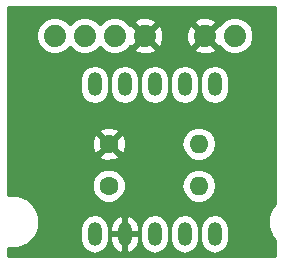
<source format=gbr>
G04 #@! TF.GenerationSoftware,KiCad,Pcbnew,5.0.2-bee76a0~70~ubuntu18.04.1*
G04 #@! TF.CreationDate,2019-05-12T23:41:40+01:00*
G04 #@! TF.ProjectId,Timer Gate,54696d65-7220-4476-9174-652e6b696361,rev?*
G04 #@! TF.SameCoordinates,Original*
G04 #@! TF.FileFunction,Copper,L2,Bot*
G04 #@! TF.FilePolarity,Positive*
%FSLAX46Y46*%
G04 Gerber Fmt 4.6, Leading zero omitted, Abs format (unit mm)*
G04 Created by KiCad (PCBNEW 5.0.2-bee76a0~70~ubuntu18.04.1) date Sun May 12 23:41:40 2019*
%MOMM*%
%LPD*%
G01*
G04 APERTURE LIST*
G04 #@! TA.AperFunction,ComponentPad*
%ADD10C,1.879600*%
G04 #@! TD*
G04 #@! TA.AperFunction,ComponentPad*
%ADD11O,1.600000X1.600000*%
G04 #@! TD*
G04 #@! TA.AperFunction,ComponentPad*
%ADD12C,1.600000*%
G04 #@! TD*
G04 #@! TA.AperFunction,ComponentPad*
%ADD13O,1.200000X2.000000*%
G04 #@! TD*
G04 #@! TA.AperFunction,Conductor*
%ADD14C,0.254000*%
G04 #@! TD*
G04 APERTURE END LIST*
D10*
G04 #@! TO.P,J1,1*
G04 #@! TO.N,Net-(J1-Pad1)*
X140208000Y-79248000D03*
G04 #@! TO.P,J1,2*
G04 #@! TO.N,Net-(J1-Pad2)*
X142748000Y-79248000D03*
G04 #@! TD*
G04 #@! TO.P,J2,1*
G04 #@! TO.N,Net-(J2-Pad1)*
X127508000Y-79248000D03*
G04 #@! TO.P,J2,2*
G04 #@! TO.N,Net-(J2-Pad2)*
X130048000Y-79248000D03*
G04 #@! TO.P,J2,3*
G04 #@! TO.N,Net-(J2-Pad3)*
X132588000Y-79248000D03*
G04 #@! TO.P,J2,4*
G04 #@! TO.N,Net-(J1-Pad1)*
X135128000Y-79248000D03*
G04 #@! TD*
D11*
G04 #@! TO.P,R1,2*
G04 #@! TO.N,Net-(J2-Pad3)*
X139700000Y-91948000D03*
D12*
G04 #@! TO.P,R1,1*
G04 #@! TO.N,Net-(R1-Pad1)*
X132080000Y-91948000D03*
G04 #@! TD*
G04 #@! TO.P,R2,1*
G04 #@! TO.N,Net-(J1-Pad1)*
X132080000Y-88392000D03*
D11*
G04 #@! TO.P,R2,2*
G04 #@! TO.N,Net-(R1-Pad1)*
X139700000Y-88392000D03*
G04 #@! TD*
D13*
G04 #@! TO.P,U1,10*
G04 #@! TO.N,Net-(J2-Pad1)*
X130885001Y-83363001D03*
G04 #@! TO.P,U1,1*
G04 #@! TO.N,Net-(U1-Pad1)*
X130885001Y-96033001D03*
G04 #@! TO.P,U1,9*
G04 #@! TO.N,Net-(J2-Pad2)*
X133425001Y-83363001D03*
G04 #@! TO.P,U1,2*
G04 #@! TO.N,Net-(J1-Pad1)*
X133425001Y-96033001D03*
G04 #@! TO.P,U1,8*
G04 #@! TO.N,Net-(J1-Pad2)*
X135965001Y-83363001D03*
G04 #@! TO.P,U1,3*
G04 #@! TO.N,Net-(U1-Pad3)*
X135965001Y-96033001D03*
G04 #@! TO.P,U1,7*
G04 #@! TO.N,Net-(R1-Pad1)*
X138505001Y-83363001D03*
G04 #@! TO.P,U1,4*
G04 #@! TO.N,Net-(U1-Pad4)*
X138505001Y-96033001D03*
G04 #@! TO.P,U1,6*
G04 #@! TO.N,Net-(U1-Pad6)*
X141045001Y-83363001D03*
G04 #@! TO.P,U1,5*
G04 #@! TO.N,Net-(U1-Pad5)*
X141045001Y-96033001D03*
G04 #@! TD*
D14*
G04 #@! TO.N,Net-(J1-Pad1)*
G36*
X146177000Y-93486233D02*
X145933259Y-93729974D01*
X145593000Y-94551431D01*
X145593000Y-95440569D01*
X145933259Y-96262026D01*
X146177000Y-96505767D01*
X146177000Y-97917000D01*
X123571000Y-97917000D01*
X123571000Y-97231000D01*
X124396569Y-97231000D01*
X125218026Y-96890741D01*
X125846741Y-96262026D01*
X126157674Y-95511366D01*
X129650001Y-95511366D01*
X129650001Y-96554637D01*
X129721657Y-96914874D01*
X129994617Y-97323386D01*
X130403129Y-97596345D01*
X130885001Y-97692196D01*
X131366874Y-97596345D01*
X131775386Y-97323386D01*
X132048345Y-96914874D01*
X132120001Y-96554636D01*
X132120001Y-96160001D01*
X132190001Y-96160001D01*
X132190001Y-96560001D01*
X132332611Y-97022948D01*
X132641527Y-97396081D01*
X133069720Y-97622593D01*
X133107392Y-97626463D01*
X133298001Y-97501732D01*
X133298001Y-96160001D01*
X133552001Y-96160001D01*
X133552001Y-97501732D01*
X133742610Y-97626463D01*
X133780282Y-97622593D01*
X134208475Y-97396081D01*
X134517391Y-97022948D01*
X134660001Y-96560001D01*
X134660001Y-96160001D01*
X133552001Y-96160001D01*
X133298001Y-96160001D01*
X132190001Y-96160001D01*
X132120001Y-96160001D01*
X132120001Y-95511365D01*
X132118935Y-95506001D01*
X132190001Y-95506001D01*
X132190001Y-95906001D01*
X133298001Y-95906001D01*
X133298001Y-94564270D01*
X133552001Y-94564270D01*
X133552001Y-95906001D01*
X134660001Y-95906001D01*
X134660001Y-95511366D01*
X134730001Y-95511366D01*
X134730001Y-96554637D01*
X134801657Y-96914874D01*
X135074617Y-97323386D01*
X135483129Y-97596345D01*
X135965001Y-97692196D01*
X136446874Y-97596345D01*
X136855386Y-97323386D01*
X137128345Y-96914874D01*
X137200001Y-96554636D01*
X137200001Y-95511366D01*
X137270001Y-95511366D01*
X137270001Y-96554637D01*
X137341657Y-96914874D01*
X137614617Y-97323386D01*
X138023129Y-97596345D01*
X138505001Y-97692196D01*
X138986874Y-97596345D01*
X139395386Y-97323386D01*
X139668345Y-96914874D01*
X139740001Y-96554636D01*
X139740001Y-95511366D01*
X139810001Y-95511366D01*
X139810001Y-96554637D01*
X139881657Y-96914874D01*
X140154617Y-97323386D01*
X140563129Y-97596345D01*
X141045001Y-97692196D01*
X141526874Y-97596345D01*
X141935386Y-97323386D01*
X142208345Y-96914874D01*
X142280001Y-96554636D01*
X142280001Y-95511365D01*
X142208345Y-95151128D01*
X141935386Y-94742616D01*
X141526873Y-94469657D01*
X141045001Y-94373806D01*
X140563128Y-94469657D01*
X140154616Y-94742616D01*
X139881657Y-95151129D01*
X139810001Y-95511366D01*
X139740001Y-95511366D01*
X139740001Y-95511365D01*
X139668345Y-95151128D01*
X139395386Y-94742616D01*
X138986873Y-94469657D01*
X138505001Y-94373806D01*
X138023128Y-94469657D01*
X137614616Y-94742616D01*
X137341657Y-95151129D01*
X137270001Y-95511366D01*
X137200001Y-95511366D01*
X137200001Y-95511365D01*
X137128345Y-95151128D01*
X136855386Y-94742616D01*
X136446873Y-94469657D01*
X135965001Y-94373806D01*
X135483128Y-94469657D01*
X135074616Y-94742616D01*
X134801657Y-95151129D01*
X134730001Y-95511366D01*
X134660001Y-95511366D01*
X134660001Y-95506001D01*
X134517391Y-95043054D01*
X134208475Y-94669921D01*
X133780282Y-94443409D01*
X133742610Y-94439539D01*
X133552001Y-94564270D01*
X133298001Y-94564270D01*
X133107392Y-94439539D01*
X133069720Y-94443409D01*
X132641527Y-94669921D01*
X132332611Y-95043054D01*
X132190001Y-95506001D01*
X132118935Y-95506001D01*
X132048345Y-95151128D01*
X131775386Y-94742616D01*
X131366873Y-94469657D01*
X130885001Y-94373806D01*
X130403128Y-94469657D01*
X129994616Y-94742616D01*
X129721657Y-95151129D01*
X129650001Y-95511366D01*
X126157674Y-95511366D01*
X126187000Y-95440569D01*
X126187000Y-94551431D01*
X125846741Y-93729974D01*
X125218026Y-93101259D01*
X124396569Y-92761000D01*
X123571000Y-92761000D01*
X123571000Y-91662561D01*
X130645000Y-91662561D01*
X130645000Y-92233439D01*
X130863466Y-92760862D01*
X131267138Y-93164534D01*
X131794561Y-93383000D01*
X132365439Y-93383000D01*
X132892862Y-93164534D01*
X133296534Y-92760862D01*
X133515000Y-92233439D01*
X133515000Y-91948000D01*
X138236887Y-91948000D01*
X138348260Y-92507909D01*
X138665423Y-92982577D01*
X139140091Y-93299740D01*
X139558667Y-93383000D01*
X139841333Y-93383000D01*
X140259909Y-93299740D01*
X140734577Y-92982577D01*
X141051740Y-92507909D01*
X141163113Y-91948000D01*
X141051740Y-91388091D01*
X140734577Y-90913423D01*
X140259909Y-90596260D01*
X139841333Y-90513000D01*
X139558667Y-90513000D01*
X139140091Y-90596260D01*
X138665423Y-90913423D01*
X138348260Y-91388091D01*
X138236887Y-91948000D01*
X133515000Y-91948000D01*
X133515000Y-91662561D01*
X133296534Y-91135138D01*
X132892862Y-90731466D01*
X132365439Y-90513000D01*
X131794561Y-90513000D01*
X131267138Y-90731466D01*
X130863466Y-91135138D01*
X130645000Y-91662561D01*
X123571000Y-91662561D01*
X123571000Y-89399745D01*
X131251861Y-89399745D01*
X131325995Y-89645864D01*
X131863223Y-89838965D01*
X132433454Y-89811778D01*
X132834005Y-89645864D01*
X132908139Y-89399745D01*
X132080000Y-88571605D01*
X131251861Y-89399745D01*
X123571000Y-89399745D01*
X123571000Y-88175223D01*
X130633035Y-88175223D01*
X130660222Y-88745454D01*
X130826136Y-89146005D01*
X131072255Y-89220139D01*
X131900395Y-88392000D01*
X132259605Y-88392000D01*
X133087745Y-89220139D01*
X133333864Y-89146005D01*
X133526965Y-88608777D01*
X133516630Y-88392000D01*
X138236887Y-88392000D01*
X138348260Y-88951909D01*
X138665423Y-89426577D01*
X139140091Y-89743740D01*
X139558667Y-89827000D01*
X139841333Y-89827000D01*
X140259909Y-89743740D01*
X140734577Y-89426577D01*
X141051740Y-88951909D01*
X141163113Y-88392000D01*
X141051740Y-87832091D01*
X140734577Y-87357423D01*
X140259909Y-87040260D01*
X139841333Y-86957000D01*
X139558667Y-86957000D01*
X139140091Y-87040260D01*
X138665423Y-87357423D01*
X138348260Y-87832091D01*
X138236887Y-88392000D01*
X133516630Y-88392000D01*
X133499778Y-88038546D01*
X133333864Y-87637995D01*
X133087745Y-87563861D01*
X132259605Y-88392000D01*
X131900395Y-88392000D01*
X131072255Y-87563861D01*
X130826136Y-87637995D01*
X130633035Y-88175223D01*
X123571000Y-88175223D01*
X123571000Y-87384255D01*
X131251861Y-87384255D01*
X132080000Y-88212395D01*
X132908139Y-87384255D01*
X132834005Y-87138136D01*
X132296777Y-86945035D01*
X131726546Y-86972222D01*
X131325995Y-87138136D01*
X131251861Y-87384255D01*
X123571000Y-87384255D01*
X123571000Y-82841366D01*
X129650001Y-82841366D01*
X129650001Y-83884637D01*
X129721657Y-84244874D01*
X129994617Y-84653386D01*
X130403129Y-84926345D01*
X130885001Y-85022196D01*
X131366874Y-84926345D01*
X131775386Y-84653386D01*
X132048345Y-84244874D01*
X132120001Y-83884636D01*
X132120001Y-82841366D01*
X132190001Y-82841366D01*
X132190001Y-83884637D01*
X132261657Y-84244874D01*
X132534617Y-84653386D01*
X132943129Y-84926345D01*
X133425001Y-85022196D01*
X133906874Y-84926345D01*
X134315386Y-84653386D01*
X134588345Y-84244874D01*
X134660001Y-83884636D01*
X134660001Y-82841366D01*
X134730001Y-82841366D01*
X134730001Y-83884637D01*
X134801657Y-84244874D01*
X135074617Y-84653386D01*
X135483129Y-84926345D01*
X135965001Y-85022196D01*
X136446874Y-84926345D01*
X136855386Y-84653386D01*
X137128345Y-84244874D01*
X137200001Y-83884636D01*
X137200001Y-82841366D01*
X137270001Y-82841366D01*
X137270001Y-83884637D01*
X137341657Y-84244874D01*
X137614617Y-84653386D01*
X138023129Y-84926345D01*
X138505001Y-85022196D01*
X138986874Y-84926345D01*
X139395386Y-84653386D01*
X139668345Y-84244874D01*
X139740001Y-83884636D01*
X139740001Y-82841366D01*
X139810001Y-82841366D01*
X139810001Y-83884637D01*
X139881657Y-84244874D01*
X140154617Y-84653386D01*
X140563129Y-84926345D01*
X141045001Y-85022196D01*
X141526874Y-84926345D01*
X141935386Y-84653386D01*
X142208345Y-84244874D01*
X142280001Y-83884636D01*
X142280001Y-82841365D01*
X142208345Y-82481128D01*
X141935386Y-82072616D01*
X141526873Y-81799657D01*
X141045001Y-81703806D01*
X140563128Y-81799657D01*
X140154616Y-82072616D01*
X139881657Y-82481129D01*
X139810001Y-82841366D01*
X139740001Y-82841366D01*
X139740001Y-82841365D01*
X139668345Y-82481128D01*
X139395386Y-82072616D01*
X138986873Y-81799657D01*
X138505001Y-81703806D01*
X138023128Y-81799657D01*
X137614616Y-82072616D01*
X137341657Y-82481129D01*
X137270001Y-82841366D01*
X137200001Y-82841366D01*
X137200001Y-82841365D01*
X137128345Y-82481128D01*
X136855386Y-82072616D01*
X136446873Y-81799657D01*
X135965001Y-81703806D01*
X135483128Y-81799657D01*
X135074616Y-82072616D01*
X134801657Y-82481129D01*
X134730001Y-82841366D01*
X134660001Y-82841366D01*
X134660001Y-82841365D01*
X134588345Y-82481128D01*
X134315386Y-82072616D01*
X133906873Y-81799657D01*
X133425001Y-81703806D01*
X132943128Y-81799657D01*
X132534616Y-82072616D01*
X132261657Y-82481129D01*
X132190001Y-82841366D01*
X132120001Y-82841366D01*
X132120001Y-82841365D01*
X132048345Y-82481128D01*
X131775386Y-82072616D01*
X131366873Y-81799657D01*
X130885001Y-81703806D01*
X130403128Y-81799657D01*
X129994616Y-82072616D01*
X129721657Y-82481129D01*
X129650001Y-82841366D01*
X123571000Y-82841366D01*
X123571000Y-78934753D01*
X125933200Y-78934753D01*
X125933200Y-79561247D01*
X126172949Y-80140052D01*
X126615948Y-80583051D01*
X127194753Y-80822800D01*
X127821247Y-80822800D01*
X128400052Y-80583051D01*
X128778000Y-80205103D01*
X129155948Y-80583051D01*
X129734753Y-80822800D01*
X130361247Y-80822800D01*
X130940052Y-80583051D01*
X131318000Y-80205103D01*
X131695948Y-80583051D01*
X132274753Y-80822800D01*
X132901247Y-80822800D01*
X133480052Y-80583051D01*
X133706135Y-80356968D01*
X134198637Y-80356968D01*
X134289923Y-80617580D01*
X134877833Y-80834045D01*
X135503828Y-80809049D01*
X135966077Y-80617580D01*
X136057363Y-80356968D01*
X139278637Y-80356968D01*
X139369923Y-80617580D01*
X139957833Y-80834045D01*
X140583828Y-80809049D01*
X141046077Y-80617580D01*
X141137363Y-80356968D01*
X140208000Y-79427605D01*
X139278637Y-80356968D01*
X136057363Y-80356968D01*
X135128000Y-79427605D01*
X134198637Y-80356968D01*
X133706135Y-80356968D01*
X133920317Y-80142786D01*
X134019032Y-80177363D01*
X134948395Y-79248000D01*
X135307605Y-79248000D01*
X136236968Y-80177363D01*
X136497580Y-80086077D01*
X136714045Y-79498167D01*
X136694067Y-78997833D01*
X138621955Y-78997833D01*
X138646951Y-79623828D01*
X138838420Y-80086077D01*
X139099032Y-80177363D01*
X140028395Y-79248000D01*
X140387605Y-79248000D01*
X141316968Y-80177363D01*
X141415683Y-80142786D01*
X141855948Y-80583051D01*
X142434753Y-80822800D01*
X143061247Y-80822800D01*
X143640052Y-80583051D01*
X144083051Y-80140052D01*
X144322800Y-79561247D01*
X144322800Y-78934753D01*
X144083051Y-78355948D01*
X143640052Y-77912949D01*
X143061247Y-77673200D01*
X142434753Y-77673200D01*
X141855948Y-77912949D01*
X141415683Y-78353214D01*
X141316968Y-78318637D01*
X140387605Y-79248000D01*
X140028395Y-79248000D01*
X139099032Y-78318637D01*
X138838420Y-78409923D01*
X138621955Y-78997833D01*
X136694067Y-78997833D01*
X136689049Y-78872172D01*
X136497580Y-78409923D01*
X136236968Y-78318637D01*
X135307605Y-79248000D01*
X134948395Y-79248000D01*
X134019032Y-78318637D01*
X133920317Y-78353214D01*
X133706135Y-78139032D01*
X134198637Y-78139032D01*
X135128000Y-79068395D01*
X136057363Y-78139032D01*
X139278637Y-78139032D01*
X140208000Y-79068395D01*
X141137363Y-78139032D01*
X141046077Y-77878420D01*
X140458167Y-77661955D01*
X139832172Y-77686951D01*
X139369923Y-77878420D01*
X139278637Y-78139032D01*
X136057363Y-78139032D01*
X135966077Y-77878420D01*
X135378167Y-77661955D01*
X134752172Y-77686951D01*
X134289923Y-77878420D01*
X134198637Y-78139032D01*
X133706135Y-78139032D01*
X133480052Y-77912949D01*
X132901247Y-77673200D01*
X132274753Y-77673200D01*
X131695948Y-77912949D01*
X131318000Y-78290897D01*
X130940052Y-77912949D01*
X130361247Y-77673200D01*
X129734753Y-77673200D01*
X129155948Y-77912949D01*
X128778000Y-78290897D01*
X128400052Y-77912949D01*
X127821247Y-77673200D01*
X127194753Y-77673200D01*
X126615948Y-77912949D01*
X126172949Y-78355948D01*
X125933200Y-78934753D01*
X123571000Y-78934753D01*
X123571000Y-76835000D01*
X146177000Y-76835000D01*
X146177000Y-93486233D01*
X146177000Y-93486233D01*
G37*
X146177000Y-93486233D02*
X145933259Y-93729974D01*
X145593000Y-94551431D01*
X145593000Y-95440569D01*
X145933259Y-96262026D01*
X146177000Y-96505767D01*
X146177000Y-97917000D01*
X123571000Y-97917000D01*
X123571000Y-97231000D01*
X124396569Y-97231000D01*
X125218026Y-96890741D01*
X125846741Y-96262026D01*
X126157674Y-95511366D01*
X129650001Y-95511366D01*
X129650001Y-96554637D01*
X129721657Y-96914874D01*
X129994617Y-97323386D01*
X130403129Y-97596345D01*
X130885001Y-97692196D01*
X131366874Y-97596345D01*
X131775386Y-97323386D01*
X132048345Y-96914874D01*
X132120001Y-96554636D01*
X132120001Y-96160001D01*
X132190001Y-96160001D01*
X132190001Y-96560001D01*
X132332611Y-97022948D01*
X132641527Y-97396081D01*
X133069720Y-97622593D01*
X133107392Y-97626463D01*
X133298001Y-97501732D01*
X133298001Y-96160001D01*
X133552001Y-96160001D01*
X133552001Y-97501732D01*
X133742610Y-97626463D01*
X133780282Y-97622593D01*
X134208475Y-97396081D01*
X134517391Y-97022948D01*
X134660001Y-96560001D01*
X134660001Y-96160001D01*
X133552001Y-96160001D01*
X133298001Y-96160001D01*
X132190001Y-96160001D01*
X132120001Y-96160001D01*
X132120001Y-95511365D01*
X132118935Y-95506001D01*
X132190001Y-95506001D01*
X132190001Y-95906001D01*
X133298001Y-95906001D01*
X133298001Y-94564270D01*
X133552001Y-94564270D01*
X133552001Y-95906001D01*
X134660001Y-95906001D01*
X134660001Y-95511366D01*
X134730001Y-95511366D01*
X134730001Y-96554637D01*
X134801657Y-96914874D01*
X135074617Y-97323386D01*
X135483129Y-97596345D01*
X135965001Y-97692196D01*
X136446874Y-97596345D01*
X136855386Y-97323386D01*
X137128345Y-96914874D01*
X137200001Y-96554636D01*
X137200001Y-95511366D01*
X137270001Y-95511366D01*
X137270001Y-96554637D01*
X137341657Y-96914874D01*
X137614617Y-97323386D01*
X138023129Y-97596345D01*
X138505001Y-97692196D01*
X138986874Y-97596345D01*
X139395386Y-97323386D01*
X139668345Y-96914874D01*
X139740001Y-96554636D01*
X139740001Y-95511366D01*
X139810001Y-95511366D01*
X139810001Y-96554637D01*
X139881657Y-96914874D01*
X140154617Y-97323386D01*
X140563129Y-97596345D01*
X141045001Y-97692196D01*
X141526874Y-97596345D01*
X141935386Y-97323386D01*
X142208345Y-96914874D01*
X142280001Y-96554636D01*
X142280001Y-95511365D01*
X142208345Y-95151128D01*
X141935386Y-94742616D01*
X141526873Y-94469657D01*
X141045001Y-94373806D01*
X140563128Y-94469657D01*
X140154616Y-94742616D01*
X139881657Y-95151129D01*
X139810001Y-95511366D01*
X139740001Y-95511366D01*
X139740001Y-95511365D01*
X139668345Y-95151128D01*
X139395386Y-94742616D01*
X138986873Y-94469657D01*
X138505001Y-94373806D01*
X138023128Y-94469657D01*
X137614616Y-94742616D01*
X137341657Y-95151129D01*
X137270001Y-95511366D01*
X137200001Y-95511366D01*
X137200001Y-95511365D01*
X137128345Y-95151128D01*
X136855386Y-94742616D01*
X136446873Y-94469657D01*
X135965001Y-94373806D01*
X135483128Y-94469657D01*
X135074616Y-94742616D01*
X134801657Y-95151129D01*
X134730001Y-95511366D01*
X134660001Y-95511366D01*
X134660001Y-95506001D01*
X134517391Y-95043054D01*
X134208475Y-94669921D01*
X133780282Y-94443409D01*
X133742610Y-94439539D01*
X133552001Y-94564270D01*
X133298001Y-94564270D01*
X133107392Y-94439539D01*
X133069720Y-94443409D01*
X132641527Y-94669921D01*
X132332611Y-95043054D01*
X132190001Y-95506001D01*
X132118935Y-95506001D01*
X132048345Y-95151128D01*
X131775386Y-94742616D01*
X131366873Y-94469657D01*
X130885001Y-94373806D01*
X130403128Y-94469657D01*
X129994616Y-94742616D01*
X129721657Y-95151129D01*
X129650001Y-95511366D01*
X126157674Y-95511366D01*
X126187000Y-95440569D01*
X126187000Y-94551431D01*
X125846741Y-93729974D01*
X125218026Y-93101259D01*
X124396569Y-92761000D01*
X123571000Y-92761000D01*
X123571000Y-91662561D01*
X130645000Y-91662561D01*
X130645000Y-92233439D01*
X130863466Y-92760862D01*
X131267138Y-93164534D01*
X131794561Y-93383000D01*
X132365439Y-93383000D01*
X132892862Y-93164534D01*
X133296534Y-92760862D01*
X133515000Y-92233439D01*
X133515000Y-91948000D01*
X138236887Y-91948000D01*
X138348260Y-92507909D01*
X138665423Y-92982577D01*
X139140091Y-93299740D01*
X139558667Y-93383000D01*
X139841333Y-93383000D01*
X140259909Y-93299740D01*
X140734577Y-92982577D01*
X141051740Y-92507909D01*
X141163113Y-91948000D01*
X141051740Y-91388091D01*
X140734577Y-90913423D01*
X140259909Y-90596260D01*
X139841333Y-90513000D01*
X139558667Y-90513000D01*
X139140091Y-90596260D01*
X138665423Y-90913423D01*
X138348260Y-91388091D01*
X138236887Y-91948000D01*
X133515000Y-91948000D01*
X133515000Y-91662561D01*
X133296534Y-91135138D01*
X132892862Y-90731466D01*
X132365439Y-90513000D01*
X131794561Y-90513000D01*
X131267138Y-90731466D01*
X130863466Y-91135138D01*
X130645000Y-91662561D01*
X123571000Y-91662561D01*
X123571000Y-89399745D01*
X131251861Y-89399745D01*
X131325995Y-89645864D01*
X131863223Y-89838965D01*
X132433454Y-89811778D01*
X132834005Y-89645864D01*
X132908139Y-89399745D01*
X132080000Y-88571605D01*
X131251861Y-89399745D01*
X123571000Y-89399745D01*
X123571000Y-88175223D01*
X130633035Y-88175223D01*
X130660222Y-88745454D01*
X130826136Y-89146005D01*
X131072255Y-89220139D01*
X131900395Y-88392000D01*
X132259605Y-88392000D01*
X133087745Y-89220139D01*
X133333864Y-89146005D01*
X133526965Y-88608777D01*
X133516630Y-88392000D01*
X138236887Y-88392000D01*
X138348260Y-88951909D01*
X138665423Y-89426577D01*
X139140091Y-89743740D01*
X139558667Y-89827000D01*
X139841333Y-89827000D01*
X140259909Y-89743740D01*
X140734577Y-89426577D01*
X141051740Y-88951909D01*
X141163113Y-88392000D01*
X141051740Y-87832091D01*
X140734577Y-87357423D01*
X140259909Y-87040260D01*
X139841333Y-86957000D01*
X139558667Y-86957000D01*
X139140091Y-87040260D01*
X138665423Y-87357423D01*
X138348260Y-87832091D01*
X138236887Y-88392000D01*
X133516630Y-88392000D01*
X133499778Y-88038546D01*
X133333864Y-87637995D01*
X133087745Y-87563861D01*
X132259605Y-88392000D01*
X131900395Y-88392000D01*
X131072255Y-87563861D01*
X130826136Y-87637995D01*
X130633035Y-88175223D01*
X123571000Y-88175223D01*
X123571000Y-87384255D01*
X131251861Y-87384255D01*
X132080000Y-88212395D01*
X132908139Y-87384255D01*
X132834005Y-87138136D01*
X132296777Y-86945035D01*
X131726546Y-86972222D01*
X131325995Y-87138136D01*
X131251861Y-87384255D01*
X123571000Y-87384255D01*
X123571000Y-82841366D01*
X129650001Y-82841366D01*
X129650001Y-83884637D01*
X129721657Y-84244874D01*
X129994617Y-84653386D01*
X130403129Y-84926345D01*
X130885001Y-85022196D01*
X131366874Y-84926345D01*
X131775386Y-84653386D01*
X132048345Y-84244874D01*
X132120001Y-83884636D01*
X132120001Y-82841366D01*
X132190001Y-82841366D01*
X132190001Y-83884637D01*
X132261657Y-84244874D01*
X132534617Y-84653386D01*
X132943129Y-84926345D01*
X133425001Y-85022196D01*
X133906874Y-84926345D01*
X134315386Y-84653386D01*
X134588345Y-84244874D01*
X134660001Y-83884636D01*
X134660001Y-82841366D01*
X134730001Y-82841366D01*
X134730001Y-83884637D01*
X134801657Y-84244874D01*
X135074617Y-84653386D01*
X135483129Y-84926345D01*
X135965001Y-85022196D01*
X136446874Y-84926345D01*
X136855386Y-84653386D01*
X137128345Y-84244874D01*
X137200001Y-83884636D01*
X137200001Y-82841366D01*
X137270001Y-82841366D01*
X137270001Y-83884637D01*
X137341657Y-84244874D01*
X137614617Y-84653386D01*
X138023129Y-84926345D01*
X138505001Y-85022196D01*
X138986874Y-84926345D01*
X139395386Y-84653386D01*
X139668345Y-84244874D01*
X139740001Y-83884636D01*
X139740001Y-82841366D01*
X139810001Y-82841366D01*
X139810001Y-83884637D01*
X139881657Y-84244874D01*
X140154617Y-84653386D01*
X140563129Y-84926345D01*
X141045001Y-85022196D01*
X141526874Y-84926345D01*
X141935386Y-84653386D01*
X142208345Y-84244874D01*
X142280001Y-83884636D01*
X142280001Y-82841365D01*
X142208345Y-82481128D01*
X141935386Y-82072616D01*
X141526873Y-81799657D01*
X141045001Y-81703806D01*
X140563128Y-81799657D01*
X140154616Y-82072616D01*
X139881657Y-82481129D01*
X139810001Y-82841366D01*
X139740001Y-82841366D01*
X139740001Y-82841365D01*
X139668345Y-82481128D01*
X139395386Y-82072616D01*
X138986873Y-81799657D01*
X138505001Y-81703806D01*
X138023128Y-81799657D01*
X137614616Y-82072616D01*
X137341657Y-82481129D01*
X137270001Y-82841366D01*
X137200001Y-82841366D01*
X137200001Y-82841365D01*
X137128345Y-82481128D01*
X136855386Y-82072616D01*
X136446873Y-81799657D01*
X135965001Y-81703806D01*
X135483128Y-81799657D01*
X135074616Y-82072616D01*
X134801657Y-82481129D01*
X134730001Y-82841366D01*
X134660001Y-82841366D01*
X134660001Y-82841365D01*
X134588345Y-82481128D01*
X134315386Y-82072616D01*
X133906873Y-81799657D01*
X133425001Y-81703806D01*
X132943128Y-81799657D01*
X132534616Y-82072616D01*
X132261657Y-82481129D01*
X132190001Y-82841366D01*
X132120001Y-82841366D01*
X132120001Y-82841365D01*
X132048345Y-82481128D01*
X131775386Y-82072616D01*
X131366873Y-81799657D01*
X130885001Y-81703806D01*
X130403128Y-81799657D01*
X129994616Y-82072616D01*
X129721657Y-82481129D01*
X129650001Y-82841366D01*
X123571000Y-82841366D01*
X123571000Y-78934753D01*
X125933200Y-78934753D01*
X125933200Y-79561247D01*
X126172949Y-80140052D01*
X126615948Y-80583051D01*
X127194753Y-80822800D01*
X127821247Y-80822800D01*
X128400052Y-80583051D01*
X128778000Y-80205103D01*
X129155948Y-80583051D01*
X129734753Y-80822800D01*
X130361247Y-80822800D01*
X130940052Y-80583051D01*
X131318000Y-80205103D01*
X131695948Y-80583051D01*
X132274753Y-80822800D01*
X132901247Y-80822800D01*
X133480052Y-80583051D01*
X133706135Y-80356968D01*
X134198637Y-80356968D01*
X134289923Y-80617580D01*
X134877833Y-80834045D01*
X135503828Y-80809049D01*
X135966077Y-80617580D01*
X136057363Y-80356968D01*
X139278637Y-80356968D01*
X139369923Y-80617580D01*
X139957833Y-80834045D01*
X140583828Y-80809049D01*
X141046077Y-80617580D01*
X141137363Y-80356968D01*
X140208000Y-79427605D01*
X139278637Y-80356968D01*
X136057363Y-80356968D01*
X135128000Y-79427605D01*
X134198637Y-80356968D01*
X133706135Y-80356968D01*
X133920317Y-80142786D01*
X134019032Y-80177363D01*
X134948395Y-79248000D01*
X135307605Y-79248000D01*
X136236968Y-80177363D01*
X136497580Y-80086077D01*
X136714045Y-79498167D01*
X136694067Y-78997833D01*
X138621955Y-78997833D01*
X138646951Y-79623828D01*
X138838420Y-80086077D01*
X139099032Y-80177363D01*
X140028395Y-79248000D01*
X140387605Y-79248000D01*
X141316968Y-80177363D01*
X141415683Y-80142786D01*
X141855948Y-80583051D01*
X142434753Y-80822800D01*
X143061247Y-80822800D01*
X143640052Y-80583051D01*
X144083051Y-80140052D01*
X144322800Y-79561247D01*
X144322800Y-78934753D01*
X144083051Y-78355948D01*
X143640052Y-77912949D01*
X143061247Y-77673200D01*
X142434753Y-77673200D01*
X141855948Y-77912949D01*
X141415683Y-78353214D01*
X141316968Y-78318637D01*
X140387605Y-79248000D01*
X140028395Y-79248000D01*
X139099032Y-78318637D01*
X138838420Y-78409923D01*
X138621955Y-78997833D01*
X136694067Y-78997833D01*
X136689049Y-78872172D01*
X136497580Y-78409923D01*
X136236968Y-78318637D01*
X135307605Y-79248000D01*
X134948395Y-79248000D01*
X134019032Y-78318637D01*
X133920317Y-78353214D01*
X133706135Y-78139032D01*
X134198637Y-78139032D01*
X135128000Y-79068395D01*
X136057363Y-78139032D01*
X139278637Y-78139032D01*
X140208000Y-79068395D01*
X141137363Y-78139032D01*
X141046077Y-77878420D01*
X140458167Y-77661955D01*
X139832172Y-77686951D01*
X139369923Y-77878420D01*
X139278637Y-78139032D01*
X136057363Y-78139032D01*
X135966077Y-77878420D01*
X135378167Y-77661955D01*
X134752172Y-77686951D01*
X134289923Y-77878420D01*
X134198637Y-78139032D01*
X133706135Y-78139032D01*
X133480052Y-77912949D01*
X132901247Y-77673200D01*
X132274753Y-77673200D01*
X131695948Y-77912949D01*
X131318000Y-78290897D01*
X130940052Y-77912949D01*
X130361247Y-77673200D01*
X129734753Y-77673200D01*
X129155948Y-77912949D01*
X128778000Y-78290897D01*
X128400052Y-77912949D01*
X127821247Y-77673200D01*
X127194753Y-77673200D01*
X126615948Y-77912949D01*
X126172949Y-78355948D01*
X125933200Y-78934753D01*
X123571000Y-78934753D01*
X123571000Y-76835000D01*
X146177000Y-76835000D01*
X146177000Y-93486233D01*
G04 #@! TD*
M02*

</source>
